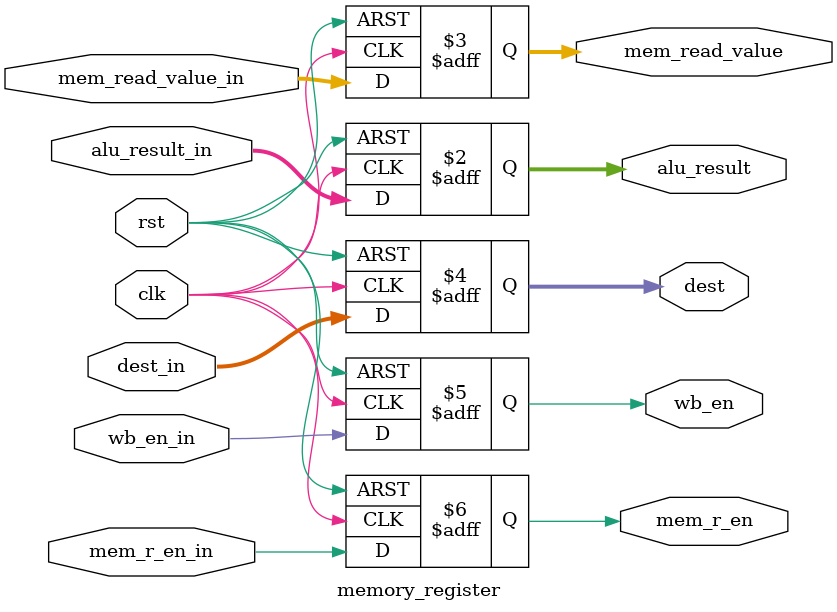
<source format=v>
module memory_register(
    input clk,
    input rst,
    input wb_en_in,
    input mem_r_en_in,
    input [31:0] alu_result_in,
    input [31:0] mem_read_value_in,
    input [3:0] dest_in,
    output reg [31:0] alu_result,
    output reg [31:0] mem_read_value,
    output reg [3:0] dest,
    output reg wb_en,
    output reg mem_r_en
);

always @(posedge clk, posedge rst) begin
    if (rst) begin
        alu_result <= 0;
        mem_read_value <= 0;
        dest <= 0;
        wb_en <= 0;
        mem_r_en <= 0;
    end else begin
        dest <= dest_in;
        mem_read_value <= mem_read_value_in;
        alu_result <= alu_result_in;
        wb_en <= wb_en_in;
        mem_r_en <= mem_r_en_in;
    end
end

endmodule // memory_register    
</source>
